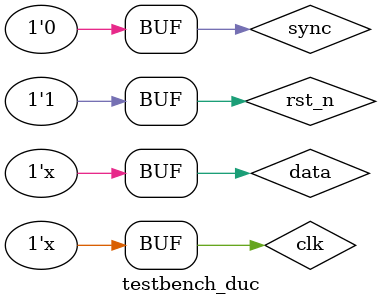
<source format=v>
`timescale 1ns / 1ps
module testbench_duc();

reg clk = 1;
reg rst_n = 0;
reg sync = 0;
wire sync_out;

reg data = 0;
wire [7:0] dac;

always #1 begin
    clk <= ~clk;
end

always #360 begin
    data <= ~data;
end

initial begin
    #30
    rst_n <= 1;
    #36
    sync <= 1;
    #36
    sync <= 0;
    #200
    sync <= 1;
    #400
    sync <= 0;
    #400
    sync <= 1;
    #2048
    sync <= 0;
end

DUCWrapper duc (
    .io_in_data(data),
    .io_in_sync(sync),
    .io_out_dac(dac),
    .io_clock(clk),
    .io_resetN(rst_n),
    .io_out_sync(sync_out)
);

endmodule

</source>
